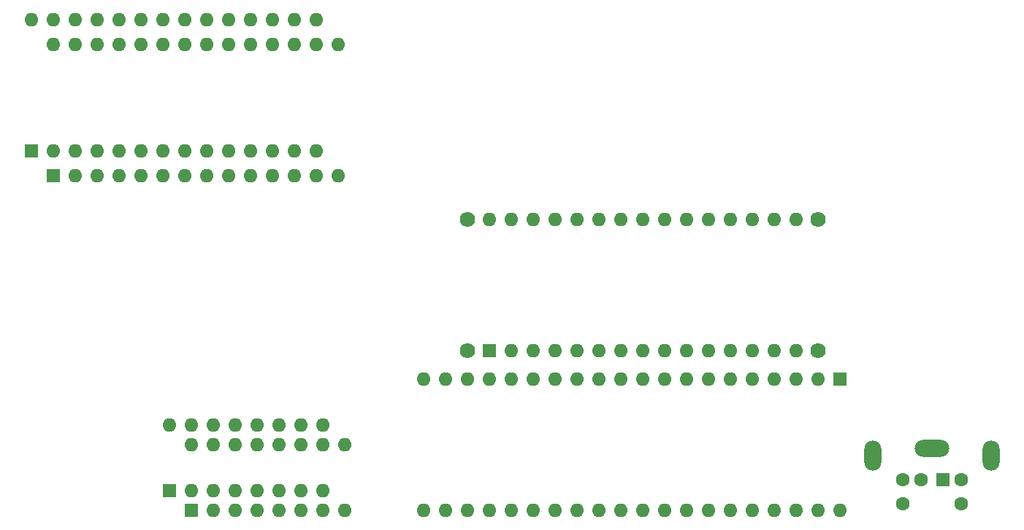
<source format=gbr>
%TF.GenerationSoftware,KiCad,Pcbnew,(6.0.0)*%
%TF.CreationDate,2022-08-27T02:03:40+01:00*%
%TF.ProjectId,AMSK6128r1,414d534b-3631-4323-9872-312e6b696361,rev?*%
%TF.SameCoordinates,Original*%
%TF.FileFunction,Soldermask,Bot*%
%TF.FilePolarity,Negative*%
%FSLAX46Y46*%
G04 Gerber Fmt 4.6, Leading zero omitted, Abs format (unit mm)*
G04 Created by KiCad (PCBNEW (6.0.0)) date 2022-08-27 02:03:40*
%MOMM*%
%LPD*%
G01*
G04 APERTURE LIST*
%ADD10R,1.600000X1.600000*%
%ADD11O,1.600000X1.600000*%
%ADD12C,1.780000*%
%ADD13C,1.600000*%
%ADD14O,2.000000X3.500000*%
%ADD15O,4.000000X2.000000*%
G04 APERTURE END LIST*
D10*
%TO.C,U1*%
X90160000Y-92446000D03*
D11*
X92700000Y-92446000D03*
X95240000Y-92446000D03*
X97780000Y-92446000D03*
X100320000Y-92446000D03*
X102860000Y-92446000D03*
X105400000Y-92446000D03*
X107940000Y-92446000D03*
X107940000Y-84826000D03*
X105400000Y-84826000D03*
X102860000Y-84826000D03*
X100320000Y-84826000D03*
X97780000Y-84826000D03*
X95240000Y-84826000D03*
X92700000Y-84826000D03*
X90160000Y-84826000D03*
%TD*%
D12*
%TO.C,U4*%
X122174000Y-73904000D03*
X122174000Y-58664000D03*
X162814000Y-58664000D03*
X162814000Y-73904000D03*
D10*
X124714000Y-73904000D03*
D11*
X127254000Y-73904000D03*
X129794000Y-73904000D03*
X132334000Y-73904000D03*
X134874000Y-73904000D03*
X137414000Y-73904000D03*
X139954000Y-73904000D03*
X142494000Y-73904000D03*
X145034000Y-73904000D03*
X147574000Y-73904000D03*
X150114000Y-73904000D03*
X152654000Y-73904000D03*
X155194000Y-73904000D03*
X157734000Y-73904000D03*
X160274000Y-73904000D03*
X160274000Y-58664000D03*
X157734000Y-58664000D03*
X155194000Y-58664000D03*
X152654000Y-58664000D03*
X150114000Y-58664000D03*
X147574000Y-58664000D03*
X145034000Y-58664000D03*
X142494000Y-58664000D03*
X139954000Y-58664000D03*
X137414000Y-58664000D03*
X134874000Y-58664000D03*
X132334000Y-58664000D03*
X129794000Y-58664000D03*
X127254000Y-58664000D03*
X124714000Y-58664000D03*
%TD*%
D10*
%TO.C,H2*%
X87620000Y-90185000D03*
D11*
X90160000Y-90185000D03*
X92700000Y-90185000D03*
X95240000Y-90185000D03*
X97780000Y-90185000D03*
X100320000Y-90185000D03*
X102860000Y-90185000D03*
X105400000Y-90185000D03*
X105400000Y-82565000D03*
X102860000Y-82565000D03*
X100320000Y-82565000D03*
X97780000Y-82565000D03*
X95240000Y-82565000D03*
X92700000Y-82565000D03*
X90160000Y-82565000D03*
X87620000Y-82565000D03*
%TD*%
D10*
%TO.C,H1*%
X71586000Y-50675000D03*
D11*
X74126000Y-50675000D03*
X76666000Y-50675000D03*
X79206000Y-50675000D03*
X81746000Y-50675000D03*
X84286000Y-50675000D03*
X86826000Y-50675000D03*
X89366000Y-50675000D03*
X91906000Y-50675000D03*
X94446000Y-50675000D03*
X96986000Y-50675000D03*
X99526000Y-50675000D03*
X102066000Y-50675000D03*
X104606000Y-50675000D03*
X104606000Y-35435000D03*
X102066000Y-35435000D03*
X99526000Y-35435000D03*
X96986000Y-35435000D03*
X94446000Y-35435000D03*
X91906000Y-35435000D03*
X89366000Y-35435000D03*
X86826000Y-35435000D03*
X84286000Y-35435000D03*
X81746000Y-35435000D03*
X79206000Y-35435000D03*
X76666000Y-35435000D03*
X74126000Y-35435000D03*
X71586000Y-35435000D03*
%TD*%
D10*
%TO.C,U2*%
X74146000Y-53584000D03*
D11*
X76686000Y-53584000D03*
X79226000Y-53584000D03*
X81766000Y-53584000D03*
X84306000Y-53584000D03*
X86846000Y-53584000D03*
X89386000Y-53584000D03*
X91926000Y-53584000D03*
X94466000Y-53584000D03*
X97006000Y-53584000D03*
X99546000Y-53584000D03*
X102086000Y-53584000D03*
X104626000Y-53584000D03*
X107166000Y-53584000D03*
X107166000Y-38344000D03*
X104626000Y-38344000D03*
X102086000Y-38344000D03*
X99546000Y-38344000D03*
X97006000Y-38344000D03*
X94466000Y-38344000D03*
X91926000Y-38344000D03*
X89386000Y-38344000D03*
X86846000Y-38344000D03*
X84306000Y-38344000D03*
X81766000Y-38344000D03*
X79226000Y-38344000D03*
X76686000Y-38344000D03*
X74146000Y-38344000D03*
%TD*%
D10*
%TO.C,U3*%
X165349000Y-77211000D03*
D11*
X162809000Y-77211000D03*
X160269000Y-77211000D03*
X157729000Y-77211000D03*
X155189000Y-77211000D03*
X152649000Y-77211000D03*
X150109000Y-77211000D03*
X147569000Y-77211000D03*
X145029000Y-77211000D03*
X142489000Y-77211000D03*
X139949000Y-77211000D03*
X137409000Y-77211000D03*
X134869000Y-77211000D03*
X132329000Y-77211000D03*
X129789000Y-77211000D03*
X127249000Y-77211000D03*
X124709000Y-77211000D03*
X122169000Y-77211000D03*
X119629000Y-77211000D03*
X117089000Y-77211000D03*
X117089000Y-92451000D03*
X119629000Y-92451000D03*
X122169000Y-92451000D03*
X124709000Y-92451000D03*
X127249000Y-92451000D03*
X129789000Y-92451000D03*
X132329000Y-92451000D03*
X134869000Y-92451000D03*
X137409000Y-92451000D03*
X139949000Y-92451000D03*
X142489000Y-92451000D03*
X145029000Y-92451000D03*
X147569000Y-92451000D03*
X150109000Y-92451000D03*
X152649000Y-92451000D03*
X155189000Y-92451000D03*
X157729000Y-92451000D03*
X160269000Y-92451000D03*
X162809000Y-92451000D03*
X165349000Y-92451000D03*
%TD*%
D10*
%TO.C,J1*%
X177292000Y-88900000D03*
D13*
X174692000Y-88900000D03*
X179392000Y-88900000D03*
X172592000Y-88900000D03*
X179392000Y-91700000D03*
X172592000Y-91700000D03*
D14*
X169142000Y-86050000D03*
X182842000Y-86050000D03*
D15*
X175992000Y-85250000D03*
%TD*%
M02*

</source>
